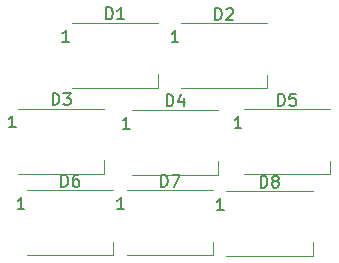
<source format=gbr>
%TF.GenerationSoftware,KiCad,Pcbnew,(5.1.6)-1*%
%TF.CreationDate,2020-11-25T11:58:54+11:00*%
%TF.ProjectId,JETT Station Select Placard PCB V1,4a455454-2053-4746-9174-696f6e205365,rev?*%
%TF.SameCoordinates,Original*%
%TF.FileFunction,Legend,Top*%
%TF.FilePolarity,Positive*%
%FSLAX46Y46*%
G04 Gerber Fmt 4.6, Leading zero omitted, Abs format (unit mm)*
G04 Created by KiCad (PCBNEW (5.1.6)-1) date 2020-11-25 11:58:54*
%MOMM*%
%LPD*%
G01*
G04 APERTURE LIST*
%ADD10C,0.120000*%
%ADD11C,0.150000*%
G04 APERTURE END LIST*
D10*
%TO.C,D8*%
X152255200Y-103930000D02*
X159555200Y-103930000D01*
X152255200Y-109430000D02*
X159555200Y-109430000D01*
X159555200Y-109430000D02*
X159555200Y-108280000D01*
%TO.C,D7*%
X143810800Y-103853600D02*
X151110800Y-103853600D01*
X143810800Y-109353600D02*
X151110800Y-109353600D01*
X151110800Y-109353600D02*
X151110800Y-108203600D01*
%TO.C,D6*%
X135378000Y-103853600D02*
X142678000Y-103853600D01*
X135378000Y-109353600D02*
X142678000Y-109353600D01*
X142678000Y-109353600D02*
X142678000Y-108203600D01*
%TO.C,D5*%
X153740000Y-96995600D02*
X161040000Y-96995600D01*
X153740000Y-102495600D02*
X161040000Y-102495600D01*
X161040000Y-102495600D02*
X161040000Y-101345600D01*
%TO.C,D4*%
X144291200Y-97046400D02*
X151591200Y-97046400D01*
X144291200Y-102546400D02*
X151591200Y-102546400D01*
X151591200Y-102546400D02*
X151591200Y-101396400D01*
%TO.C,D3*%
X134639200Y-96944800D02*
X141939200Y-96944800D01*
X134639200Y-102444800D02*
X141939200Y-102444800D01*
X141939200Y-102444800D02*
X141939200Y-101294800D01*
%TO.C,D2*%
X148406000Y-89731200D02*
X155706000Y-89731200D01*
X148406000Y-95231200D02*
X155706000Y-95231200D01*
X155706000Y-95231200D02*
X155706000Y-94081200D01*
%TO.C,D1*%
X139160400Y-89680400D02*
X146460400Y-89680400D01*
X139160400Y-95180400D02*
X146460400Y-95180400D01*
X146460400Y-95180400D02*
X146460400Y-94030400D01*
%TO.C,D8*%
D11*
X155167104Y-103632380D02*
X155167104Y-102632380D01*
X155405200Y-102632380D01*
X155548057Y-102680000D01*
X155643295Y-102775238D01*
X155690914Y-102870476D01*
X155738533Y-103060952D01*
X155738533Y-103203809D01*
X155690914Y-103394285D01*
X155643295Y-103489523D01*
X155548057Y-103584761D01*
X155405200Y-103632380D01*
X155167104Y-103632380D01*
X156309961Y-103060952D02*
X156214723Y-103013333D01*
X156167104Y-102965714D01*
X156119485Y-102870476D01*
X156119485Y-102822857D01*
X156167104Y-102727619D01*
X156214723Y-102680000D01*
X156309961Y-102632380D01*
X156500438Y-102632380D01*
X156595676Y-102680000D01*
X156643295Y-102727619D01*
X156690914Y-102822857D01*
X156690914Y-102870476D01*
X156643295Y-102965714D01*
X156595676Y-103013333D01*
X156500438Y-103060952D01*
X156309961Y-103060952D01*
X156214723Y-103108571D01*
X156167104Y-103156190D01*
X156119485Y-103251428D01*
X156119485Y-103441904D01*
X156167104Y-103537142D01*
X156214723Y-103584761D01*
X156309961Y-103632380D01*
X156500438Y-103632380D01*
X156595676Y-103584761D01*
X156643295Y-103537142D01*
X156690914Y-103441904D01*
X156690914Y-103251428D01*
X156643295Y-103156190D01*
X156595676Y-103108571D01*
X156500438Y-103060952D01*
X152040914Y-105532380D02*
X151469485Y-105532380D01*
X151755200Y-105532380D02*
X151755200Y-104532380D01*
X151659961Y-104675238D01*
X151564723Y-104770476D01*
X151469485Y-104818095D01*
%TO.C,D7*%
X146722704Y-103555980D02*
X146722704Y-102555980D01*
X146960800Y-102555980D01*
X147103657Y-102603600D01*
X147198895Y-102698838D01*
X147246514Y-102794076D01*
X147294133Y-102984552D01*
X147294133Y-103127409D01*
X147246514Y-103317885D01*
X147198895Y-103413123D01*
X147103657Y-103508361D01*
X146960800Y-103555980D01*
X146722704Y-103555980D01*
X147627466Y-102555980D02*
X148294133Y-102555980D01*
X147865561Y-103555980D01*
X143596514Y-105455980D02*
X143025085Y-105455980D01*
X143310800Y-105455980D02*
X143310800Y-104455980D01*
X143215561Y-104598838D01*
X143120323Y-104694076D01*
X143025085Y-104741695D01*
%TO.C,D6*%
X138289904Y-103555980D02*
X138289904Y-102555980D01*
X138528000Y-102555980D01*
X138670857Y-102603600D01*
X138766095Y-102698838D01*
X138813714Y-102794076D01*
X138861333Y-102984552D01*
X138861333Y-103127409D01*
X138813714Y-103317885D01*
X138766095Y-103413123D01*
X138670857Y-103508361D01*
X138528000Y-103555980D01*
X138289904Y-103555980D01*
X139718476Y-102555980D02*
X139528000Y-102555980D01*
X139432761Y-102603600D01*
X139385142Y-102651219D01*
X139289904Y-102794076D01*
X139242285Y-102984552D01*
X139242285Y-103365504D01*
X139289904Y-103460742D01*
X139337523Y-103508361D01*
X139432761Y-103555980D01*
X139623238Y-103555980D01*
X139718476Y-103508361D01*
X139766095Y-103460742D01*
X139813714Y-103365504D01*
X139813714Y-103127409D01*
X139766095Y-103032171D01*
X139718476Y-102984552D01*
X139623238Y-102936933D01*
X139432761Y-102936933D01*
X139337523Y-102984552D01*
X139289904Y-103032171D01*
X139242285Y-103127409D01*
X135163714Y-105455980D02*
X134592285Y-105455980D01*
X134878000Y-105455980D02*
X134878000Y-104455980D01*
X134782761Y-104598838D01*
X134687523Y-104694076D01*
X134592285Y-104741695D01*
%TO.C,D5*%
X156651904Y-96697980D02*
X156651904Y-95697980D01*
X156890000Y-95697980D01*
X157032857Y-95745600D01*
X157128095Y-95840838D01*
X157175714Y-95936076D01*
X157223333Y-96126552D01*
X157223333Y-96269409D01*
X157175714Y-96459885D01*
X157128095Y-96555123D01*
X157032857Y-96650361D01*
X156890000Y-96697980D01*
X156651904Y-96697980D01*
X158128095Y-95697980D02*
X157651904Y-95697980D01*
X157604285Y-96174171D01*
X157651904Y-96126552D01*
X157747142Y-96078933D01*
X157985238Y-96078933D01*
X158080476Y-96126552D01*
X158128095Y-96174171D01*
X158175714Y-96269409D01*
X158175714Y-96507504D01*
X158128095Y-96602742D01*
X158080476Y-96650361D01*
X157985238Y-96697980D01*
X157747142Y-96697980D01*
X157651904Y-96650361D01*
X157604285Y-96602742D01*
X153525714Y-98597980D02*
X152954285Y-98597980D01*
X153240000Y-98597980D02*
X153240000Y-97597980D01*
X153144761Y-97740838D01*
X153049523Y-97836076D01*
X152954285Y-97883695D01*
%TO.C,D4*%
X147203104Y-96748780D02*
X147203104Y-95748780D01*
X147441200Y-95748780D01*
X147584057Y-95796400D01*
X147679295Y-95891638D01*
X147726914Y-95986876D01*
X147774533Y-96177352D01*
X147774533Y-96320209D01*
X147726914Y-96510685D01*
X147679295Y-96605923D01*
X147584057Y-96701161D01*
X147441200Y-96748780D01*
X147203104Y-96748780D01*
X148631676Y-96082114D02*
X148631676Y-96748780D01*
X148393580Y-95701161D02*
X148155485Y-96415447D01*
X148774533Y-96415447D01*
X144076914Y-98648780D02*
X143505485Y-98648780D01*
X143791200Y-98648780D02*
X143791200Y-97648780D01*
X143695961Y-97791638D01*
X143600723Y-97886876D01*
X143505485Y-97934495D01*
%TO.C,D3*%
X137551104Y-96647180D02*
X137551104Y-95647180D01*
X137789200Y-95647180D01*
X137932057Y-95694800D01*
X138027295Y-95790038D01*
X138074914Y-95885276D01*
X138122533Y-96075752D01*
X138122533Y-96218609D01*
X138074914Y-96409085D01*
X138027295Y-96504323D01*
X137932057Y-96599561D01*
X137789200Y-96647180D01*
X137551104Y-96647180D01*
X138455866Y-95647180D02*
X139074914Y-95647180D01*
X138741580Y-96028133D01*
X138884438Y-96028133D01*
X138979676Y-96075752D01*
X139027295Y-96123371D01*
X139074914Y-96218609D01*
X139074914Y-96456704D01*
X139027295Y-96551942D01*
X138979676Y-96599561D01*
X138884438Y-96647180D01*
X138598723Y-96647180D01*
X138503485Y-96599561D01*
X138455866Y-96551942D01*
X134424914Y-98547180D02*
X133853485Y-98547180D01*
X134139200Y-98547180D02*
X134139200Y-97547180D01*
X134043961Y-97690038D01*
X133948723Y-97785276D01*
X133853485Y-97832895D01*
%TO.C,D2*%
X151317904Y-89433580D02*
X151317904Y-88433580D01*
X151556000Y-88433580D01*
X151698857Y-88481200D01*
X151794095Y-88576438D01*
X151841714Y-88671676D01*
X151889333Y-88862152D01*
X151889333Y-89005009D01*
X151841714Y-89195485D01*
X151794095Y-89290723D01*
X151698857Y-89385961D01*
X151556000Y-89433580D01*
X151317904Y-89433580D01*
X152270285Y-88528819D02*
X152317904Y-88481200D01*
X152413142Y-88433580D01*
X152651238Y-88433580D01*
X152746476Y-88481200D01*
X152794095Y-88528819D01*
X152841714Y-88624057D01*
X152841714Y-88719295D01*
X152794095Y-88862152D01*
X152222666Y-89433580D01*
X152841714Y-89433580D01*
X148191714Y-91333580D02*
X147620285Y-91333580D01*
X147906000Y-91333580D02*
X147906000Y-90333580D01*
X147810761Y-90476438D01*
X147715523Y-90571676D01*
X147620285Y-90619295D01*
%TO.C,D1*%
X142072304Y-89382780D02*
X142072304Y-88382780D01*
X142310400Y-88382780D01*
X142453257Y-88430400D01*
X142548495Y-88525638D01*
X142596114Y-88620876D01*
X142643733Y-88811352D01*
X142643733Y-88954209D01*
X142596114Y-89144685D01*
X142548495Y-89239923D01*
X142453257Y-89335161D01*
X142310400Y-89382780D01*
X142072304Y-89382780D01*
X143596114Y-89382780D02*
X143024685Y-89382780D01*
X143310400Y-89382780D02*
X143310400Y-88382780D01*
X143215161Y-88525638D01*
X143119923Y-88620876D01*
X143024685Y-88668495D01*
X138946114Y-91282780D02*
X138374685Y-91282780D01*
X138660400Y-91282780D02*
X138660400Y-90282780D01*
X138565161Y-90425638D01*
X138469923Y-90520876D01*
X138374685Y-90568495D01*
%TD*%
M02*

</source>
